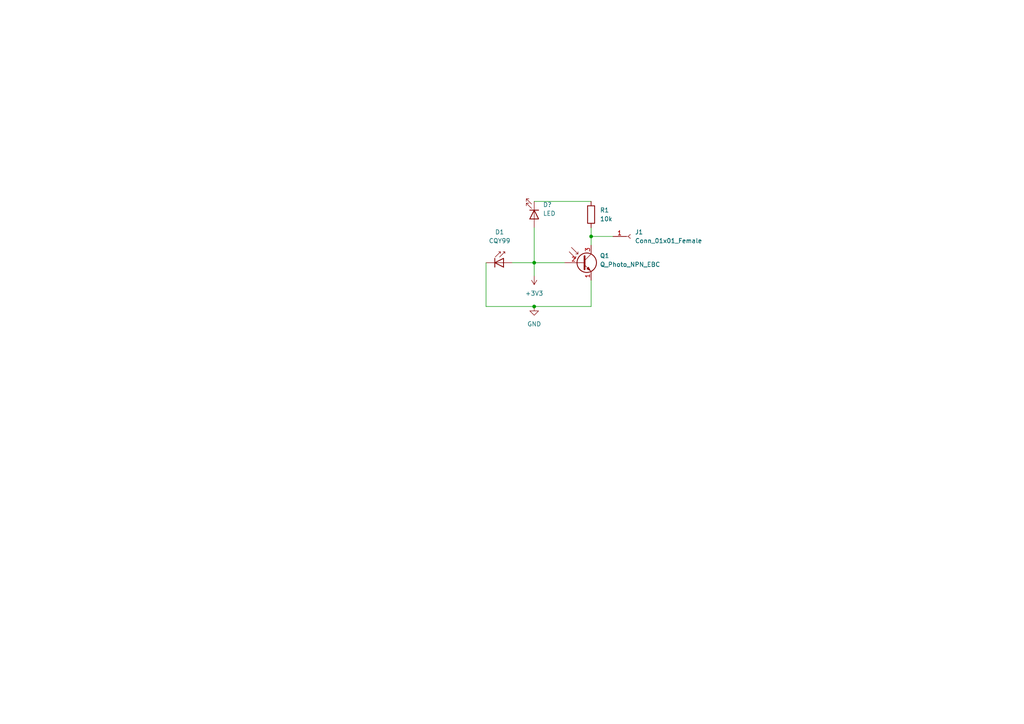
<source format=kicad_sch>
(kicad_sch (version 20211123) (generator eeschema)
  (paper "A4")
  (lib_symbols
    (symbol "Connector:Conn_01x01_Female" (pin_names (offset 1.016) hide)
      (property "Reference" "J" (at 0 2.54 0))
      (property "Value" "Conn_01x01_Female" (at 0 -2.54 0))
      (symbol "Conn_01x01_Female_1_1"
        (polyline (pts (xy -1.27 0) (xy -0.508 0)) (stroke (width 0.1524)))
        (arc (start 0 0.508) (mid -0.508 0) (end 0 -0.508) (stroke (width 0.1524)))
        (pin passive line (at -5.08 0 0) (length 3.81) (name "Pin_1") (number "1"))
      )
    )
    (symbol "Device:LED" (pin_numbers hide) (pin_names (offset 1.016) hide)
      (property "Reference" "D" (at 0 2.54 0))
      (property "Value" "LED" (at 0 -2.54 0))
      (symbol "LED_0_1"
        (polyline (pts (xy -1.27 -1.27) (xy -1.27 1.27)) (stroke (width 0.254)))
        (polyline (pts (xy -1.27 0) (xy 1.27 0)))
        (polyline (pts (xy 1.27 -1.27) (xy 1.27 1.27) (xy -1.27 0) (xy 1.27 -1.27)) (stroke (width 0.254)))
        (polyline (pts (xy -3.048 -0.762) (xy -4.572 -2.286) (xy -3.81 -2.286) (xy -4.572 -2.286) (xy -4.572 -1.524)))
        (polyline (pts (xy -1.778 -0.762) (xy -3.302 -2.286) (xy -2.54 -2.286) (xy -3.302 -2.286) (xy -3.302 -1.524)))
      )
      (symbol "LED_1_1"
        (pin passive line (at -3.81 0 0) (length 2.54) (name "K") (number "1"))
        (pin passive line (at 3.81 0 180) (length 2.54) (name "A") (number "2"))
      )
    )
    (symbol "Device:Q_Photo_NPN_EBC" (pin_names (offset 0) hide)
      (property "Reference" "Q" (at 5.08 1.27 0))
      (property "Value" "Q_Photo_NPN_EBC" (at 5.08 -1.27 0))
      (symbol "Q_Photo_NPN_EBC_0_1"
        (polyline (pts (xy -1.905 1.27) (xy -2.54 1.27)))
        (polyline (pts (xy -1.27 2.54) (xy -1.905 2.54)))
        (polyline (pts (xy 0 0) (xy 0.635 0)))
        (polyline (pts (xy 0.635 0.635) (xy 2.54 2.54)))
        (polyline (pts (xy -3.81 3.175) (xy -1.905 1.27) (xy -1.905 1.905)))
        (polyline (pts (xy -3.175 4.445) (xy -1.27 2.54) (xy -1.27 3.175)))
        (polyline (pts (xy 0.635 -0.635) (xy 2.54 -2.54) (xy 2.54 -2.54)))
        (polyline (pts (xy 0.635 1.905) (xy 0.635 -1.905) (xy 0.635 -1.905)) (stroke (width 0.508)))
        (polyline (pts (xy 1.27 -1.778) (xy 1.778 -1.27) (xy 2.286 -2.286) (xy 1.27 -1.778) (xy 1.27 -1.778)) (fill (type outline)))
        (circle (center 1.27 0) (radius 2.8194) (stroke (width 0.254)))
      )
      (symbol "Q_Photo_NPN_EBC_1_1"
        (pin passive line (at 2.54 -5.08 90) (length 2.54) (name "E") (number "1"))
        (pin input line (at -5.08 0 0) (length 5.08) (name "B") (number "2"))
        (pin passive line (at 2.54 5.08 270) (length 2.54) (name "C") (number "3"))
      )
    )
    (symbol "Device:R" (pin_numbers hide) (pin_names (offset 0))
      (property "Reference" "R" (at 2.032 0 90))
      (property "Value" "R" (at 0 0 90))
      (symbol "R_0_1"
        (rectangle (start -1.016 -2.54) (end 1.016 2.54) (stroke (width 0.254)))
      )
      (symbol "R_1_1"
        (pin passive line (at 0 3.81 270) (length 1.27) (name "~") (number "1"))
        (pin passive line (at 0 -3.81 90) (length 1.27) (name "~") (number "2"))
      )
    )
    (symbol "LED:CQY99" (pin_numbers hide) (pin_names (offset 1.016) hide)
      (property "Reference" "D" (at 0.508 1.778 0))
      (property "Value" "CQY99" (at -1.016 -2.794 0))
      (symbol "CQY99_0_1"
        (polyline (pts (xy -2.54 1.27) (xy -2.54 -1.27)) (stroke (width 0.254)))
        (polyline (pts (xy 0 0) (xy -2.54 0)))
        (polyline (pts (xy 0.381 3.175) (xy -0.127 3.175)))
        (polyline (pts (xy -1.143 1.651) (xy 0.381 3.175) (xy 0.381 2.667)))
        (polyline (pts (xy 0 -1.27) (xy -2.54 0) (xy 0 1.27) (xy 0 -1.27)) (stroke (width 0.254)))
        (polyline (pts (xy -2.413 1.651) (xy -0.889 3.175) (xy -0.889 2.667) (xy -0.889 3.175) (xy -1.397 3.175)))
      )
      (symbol "CQY99_1_1"
        (pin passive line (at -5.08 0 0) (length 2.54) (name "K") (number "1"))
        (pin passive line (at 2.54 0 180) (length 2.54) (name "A") (number "2"))
      )
    )
    (symbol "power:+3.3V" (power) (pin_names (offset 0))
      (property "Value" "+3.3V" (at 0 3.556 0))
      (symbol "+3.3V_0_1"
        (polyline (pts (xy -0.762 1.27) (xy 0 2.54)))
        (polyline (pts (xy 0 0) (xy 0 2.54)))
        (polyline (pts (xy 0 2.54) (xy 0.762 1.27)))
      )
      (symbol "+3.3V_1_1"
        (pin power_in line (at 0 0 90) (length 0) hide (name "+3V3") (number "1"))
      )
    )
    (symbol "power:GND" (power) (pin_names (offset 0))
      (property "Value" "GND" (at 0 -3.81 0))
      (symbol "GND_0_1"
        (polyline (pts (xy 0 0) (xy 0 -1.27) (xy 1.27 -1.27) (xy 0 -2.54) (xy -1.27 -1.27) (xy 0 -1.27)))
      )
      (symbol "GND_1_1"
        (pin power_in line (at 0 0 270) (length 0) hide (name "GND") (number "1"))
      )
    )
  )
  (junction (at 171.45 68.58))
  (junction (at 154.94 88.9))
  (junction (at 154.94 76.2))
  (wire (pts (xy 171.45 68.58) (xy 177.8 68.58)))
  (wire (pts (xy 140.97 88.9) (xy 140.97 76.2)))
  (wire (pts (xy 171.45 71.12) (xy 171.45 68.58)))
  (wire (pts (xy 154.94 88.9) (xy 171.45 88.9)))
  (wire (pts (xy 154.94 76.2) (xy 163.83 76.2)))
  (wire (pts (xy 154.94 80.01) (xy 154.94 76.2)))
  (wire (pts (xy 154.94 88.9) (xy 140.97 88.9)))
  (wire (pts (xy 171.45 68.58) (xy 171.45 66.04)))
  (wire (pts (xy 171.45 58.42) (xy 154.94 58.42)))
  (wire (pts (xy 171.45 88.9) (xy 171.45 81.28)))
  (wire (pts (xy 154.94 76.2) (xy 148.59 76.2)))
  (wire (pts (xy 154.94 66.04) (xy 154.94 76.2)))
  (symbol (lib_id "power:+3.3V") (at 154.94 80.01 180) (unit 1)
    (property "Reference" "#PWR0101" (effects hide))
    (property "Value" "+3.3V" (at 154.94 85.09 0))
  )
  (symbol (lib_id "Device:LED") (at 154.94 62.23 270) (unit 1)
    (property "Reference" "D?" (at 157.48 59.3724 90) (effects (justify left)))
    (property "Value" "LED" (at 157.48 61.9124 90) (effects (justify left)))
  )
  (symbol (lib_id "power:GND") (at 154.94 88.9 0) (unit 1)
    (property "Reference" "#PWR0102" (effects hide))
    (property "Value" "GND" (at 154.94 93.98 0))
  )
  (symbol (lib_id "Device:R") (at 171.45 62.23 0) (unit 1)
    (property "Reference" "R1" (at 173.99 60.9599 0) (effects (justify left)))
    (property "Value" "10k" (at 173.99 63.4999 0) (effects (justify left)))
  )
  (symbol (lib_id "LED:CQY99") (at 146.05 76.2 0) (unit 1)
    (property "Reference" "D1" (at 144.907 67.31 0))
    (property "Value" "CQY99" (at 144.907 69.85 0))
    (property "Footprint" "LED_THT:LED_D5.0mm_IRGrey" (effects hide))
    (property "Datasheet" "https://www.prtice.info/IMG/pdf/CQY99.pdf" (effects hide))
  )
  (symbol (lib_id "Device:Q_Photo_NPN_EBC") (at 168.91 76.2 0) (unit 1)
    (property "Reference" "Q1" (at 173.99 74.1806 0) (effects (justify left)))
    (property "Value" "Q_Photo_NPN_EBC" (at 173.99 76.7206 0) (effects (justify left)))
  )
  (symbol (lib_id "Connector:Conn_01x01_Female") (at 182.88 68.58 0) (unit 1)
    (property "Reference" "J1" (at 184.15 67.3099 0) (effects (justify left)))
    (property "Value" "Conn_01x01_Female" (at 184.15 69.8499 0) (effects (justify left)))
  )
)
</source>
